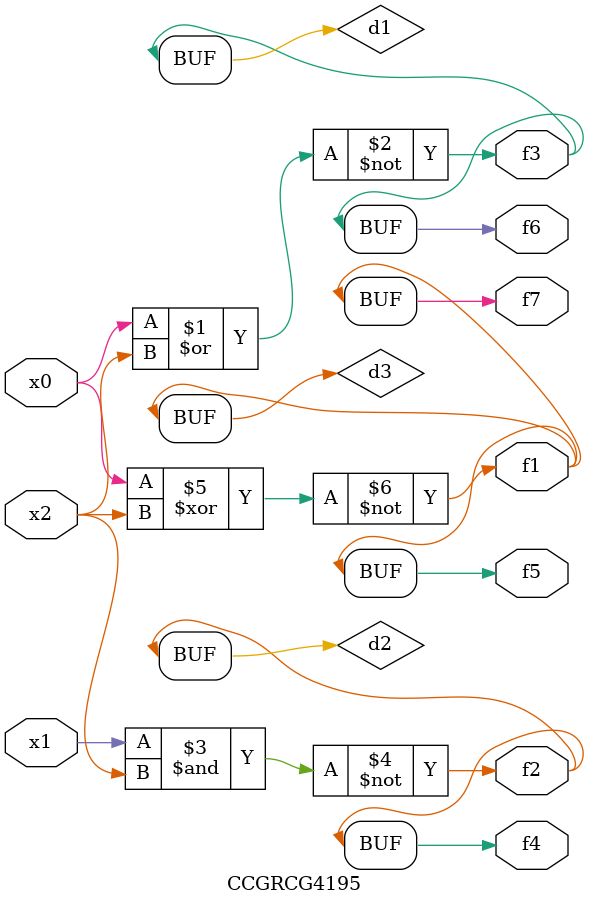
<source format=v>
module CCGRCG4195(
	input x0, x1, x2,
	output f1, f2, f3, f4, f5, f6, f7
);

	wire d1, d2, d3;

	nor (d1, x0, x2);
	nand (d2, x1, x2);
	xnor (d3, x0, x2);
	assign f1 = d3;
	assign f2 = d2;
	assign f3 = d1;
	assign f4 = d2;
	assign f5 = d3;
	assign f6 = d1;
	assign f7 = d3;
endmodule

</source>
